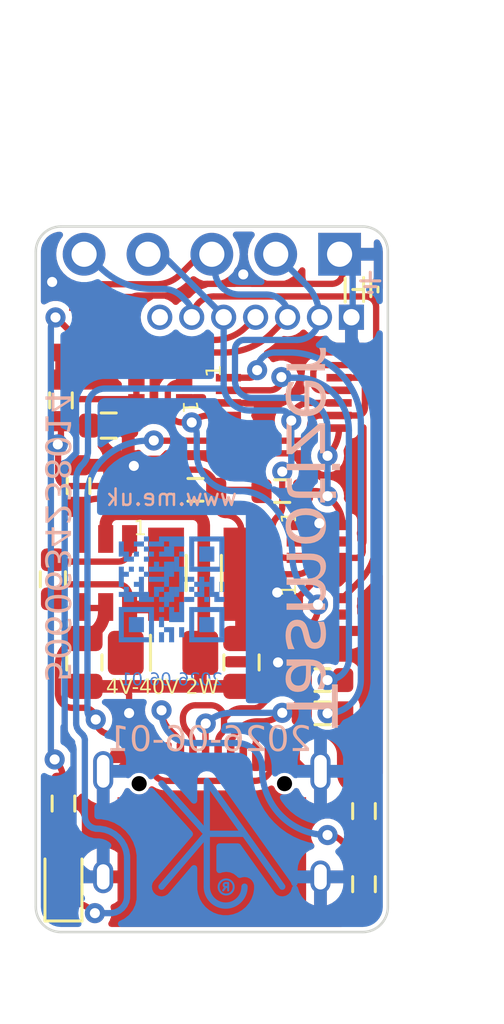
<source format=kicad_pcb>
(kicad_pcb (version 20221018) (generator pcbnew)
  (title_block (title "Tasmotizer") (rev "4") (company "Adrian Kennard, Andrews & Arnold Ltd") (comment 1 "toot.me.uk/@RevK") (comment 2 "www.me.uk"))
  (layers (0 "F.Cu" signal) (31 "B.Cu" signal) (34 "B.Paste" user) (35 "F.Paste" user) (36 "B.SilkS" user "B.Silkscreen") (37 "F.SilkS" user "F.Silkscreen") (38 "B.Mask" user) (39 "F.Mask" user) (44 "Edge.Cuts" user))
  (net 0 "")
  (net 1 "GND")
  (net 2 "VBUS")
  (net 3 "RXD")
  (net 4 "+3V3")
  (net 5 "GPIO0")
  (net 6 "TXD")
  (net 7 "RST")
  (net 8 "D-")
  (net 9 "D+")
  (net 10 "Net-(D3-A)")
  (net 11 "Net-(J1-Pin_3)")
  (net 13 "Net-(J3-CC1)")
  (net 14 "Net-(J3-D+-PadA6)")
  (net 15 "Net-(J3-D--PadA7)")
  (net 17 "Net-(J3-CC2)")
  (net 19 "Net-(U2-FB)")
  (net 20 "Net-(Q1-G)")
  (footprint "LED_SMD:LED_0603_1608Metric_Pad1.05x0.95mm_HandSolder" (layer "F.Cu") (at 171.1 80.9 90)
    (fp_text reference "D3" hide)
    (fp_text value "LED")
  )
  (footprint "RevK:R_0603" (layer "F.Cu") (at 183.05 78.2 90)
    (fp_text reference "R2" hide)
    (fp_text value "5K1")
  )
  (footprint "RevK:PinHeader_1x05_P2.54mm_Right" (layer "F.Cu") (at 177 56.1 180)
    (fp_text reference "J1" hide)
    (fp_text value "Shelly 1" hide)
  )
  (footprint "RevK:USC16-TR" (layer "F.Cu") (at 177 78.5)
    (fp_text reference "J3" hide)
    (fp_text value "USB-C")
  )
  (footprint "RevK:R_0603" (layer "F.Cu") (at 171.1 77.9 -90)
    (fp_text reference "R5" hide)
    (fp_text value "680R")
  )
  (footprint "RevK:R_0603" (layer "F.Cu") (at 183.05 81.1 -90)
    (fp_text reference "R1" hide)
    (fp_text value "5K1")
  )
  (footprint "RevK:R_0603" (layer "F.Cu") (at 181.4 73)
    (fp_text reference "R3" hide)
    (fp_text value "27R")
  )
  (footprint "RevK:R_0603" (layer "F.Cu") (at 181.4 74.32)
    (fp_text reference "R4" hide)
    (fp_text value "27R")
  )
  (footprint "RevK:SOT-363_SC-70-6" (layer "F.Cu") (at 181.25 70.4)
    (fp_text reference "D1" hide)
    (fp_text value "BAV99S")
  )
  (footprint "RevK:SOT-363_SC-70-6" (layer "F.Cu") (at 181.25 67.5)
    (fp_text reference "D2" hide)
    (fp_text value "BAV99S")
  )
  (footprint "RevK:SOT-323_SC-70" (layer "F.Cu") (at 171.55 59 -90)
    (fp_text reference "Q1" hide)
    (fp_text value "PMF170XP,115" hide)
  )
  (footprint "RevK:C_0603_" (layer "F.Cu") (at 170.68 69 90)
    (fp_text reference "C2" hide)
    (fp_text value "100nF")
  )
  (footprint "RevK:C_0805_" (layer "F.Cu") (at 171.93 72.3 90)
    (fp_text reference "C3" hide)
    (fp_text value "2.2uF")
  )
  (footprint "RevK:C_0805_" (layer "F.Cu") (at 178.18 72.3 90)
    (fp_text reference "C4" hide)
    (fp_text value "10uF")
  )
  (footprint "RevK:D_1206_" (layer "F.Cu") (at 175.06 71.92)
    (fp_text reference "D4" hide)
    (fp_text value "Schottky")
  )
  (footprint "RevK:L_4x4_" (layer "F.Cu") (at 176.68 68.75)
    (fp_text reference "L1" hide)
    (fp_text value "6.8uH")
  )
  (footprint "RevK:R_0603" (layer "F.Cu") (at 176.35 65.45 180)
    (fp_text reference "R6" hide)
    (fp_text value "100k 1%")
  )
  (footprint "RevK:R_0603" (layer "F.Cu") (at 179.8 65.5 180)
    (fp_text reference "R8" hide)
    (fp_text value "4k7")
  )
  (footprint "RevK:CH340X" (layer "F.Cu") (at 179.859107 62)
    (fp_text reference "U3" hide)
    (fp_text value "CH340X")
  )
  (footprint "RevK:R_0603" (layer "F.Cu") (at 171.7 65.3 -90)
    (fp_text reference "R7" hide)
    (fp_text value "30k 1%")
  )
  (footprint "RevK:C_0603" (layer "F.Cu") (at 172.9 62.9)
    (fp_text reference "C5" hide)
    (fp_text value "100nF")
  )
  (footprint "RevK:SOT-23-Thin-6-Reg" (layer "F.Cu") (at 172.78 68.75)
    (fp_text reference "U2" hide)
    (fp_text value "LMR16006YDDCR")
  )
  (footprint "RevK:R_0603" (layer "F.Cu") (at 171 61.9 90)
    (fp_text reference "R9" hide)
    (fp_text value "10k")
  )
  (footprint "RevK:SOT-363_SC-70-6" (layer "F.Cu") (at 174.95 61.2 180)
    (fp_text reference "Q2" hide)
    (fp_text value "2N7002BKS")
  )
  (footprint "RevK:PinHeader_1x07_P1.27mm_Vertical" (layer "B.Cu") (at 178.74 58.6 90)
    (fp_text reference "J2" hide)
    (fp_text value "Conn_01x07")
  )
  (footprint "RevK:QR-TAS" (layer "B.Cu") (at 175.4 69.4 180)
    (fp_text reference "Art2" hide)
    (fp_text value "QR" hide)
  )
  (footprint "RevK:AJK" (layer "B.Cu") (at 176.8 79.1 180)
    (fp_text reference "Art1" hide)
    (fp_text value "AJK" hide)
  )
  (gr_line (start 182.3 57.05) (end 182.3 58) (stroke (width 0.12)) (layer "F.SilkS"))
  (gr_line (start 170 56) (end 170 82) (stroke (width 0.1)) (layer "Edge.Cuts"))
  (gr_arc (start 183 55) (mid 183.707107 55.292893) (end 184 56) (stroke (width 0.1)) (layer "Edge.Cuts"))
  (gr_arc (start 170 56) (mid 170.292893 55.292893) (end 171 55) (stroke (width 0.1)) (layer "Edge.Cuts"))
  (gr_arc (start 171 83) (mid 170.292893 82.707107) (end 170 82) (stroke (width 0.1)) (layer "Edge.Cuts"))
  (gr_line (start 171 83) (end 183 83) (stroke (width 0.1)) (layer "Edge.Cuts"))
  (gr_arc (start 184 82) (mid 183.707107 82.707107) (end 183 83) (stroke (width 0.1)) (layer "Edge.Cuts"))
  (gr_line (start 183 55) (end 171 55) (stroke (width 0.1)) (layer "Edge.Cuts"))
  (gr_line (start 184 82) (end 184 56) (stroke (width 0.1)) (layer "Edge.Cuts"))
  (gr_text "⏚" (at 183.3 57.25) (layer "B.SilkS") (effects (font (size 0.8 0.8) (thickness 0.12)) (justify mirror)))
  (gr_text "${CURRENT_DATE}" (at 176.9 75.4) (layer "B.SilkS") (effects (font (size 1 1)) (justify mirror)))
  (gr_text "5060634238014" (at 170.8 67.3 -90) (layer "B.SilkS") (effects (font (size 1 1)) (justify mirror)))
  (gr_text "Tasmotizer" (at 180.8 67.35 -90) (layer "B.SilkS") (effects (font (size 2 2)) (justify mirror)))
  (gr_text "⏚" (at 183.15 57.5 90) (layer "F.SilkS") (effects (font (size 1 1) (thickness 0.12))))
  (segment (start 180.78 76.62) (end 181.32 76.62) (width 0.25) (layer "F.Cu") (net 1))
  (segment (start 173.675 62.9) (end 174.016279 62.9) (width 0.25) (layer "F.Cu") (net 1))
  (segment (start 179.731294 72.20048) (end 181.04952 72.20048) (width 0.25) (layer "F.Cu") (net 1))
  (segment (start 182.2 68.15) (end 182.725 68.15) (width 0.25) (layer "F.Cu") (net 1))
  (segment (start 179.2 62.459107) (end 178.659107 63) (width 0.25) (layer "F.Cu") (net 1))
  (segment (start 180.2 76.04) (end 180.78 76.62) (width 0.25) (layer "F.Cu") (net 1))
  (segment (start 182.972248 68.000979) (end 182.999077 67.918409) (width 0.25) (layer "F.Cu") (net 1))
  (segment (start 180.581342 60.7) (end 180.581342 60.667864) (width 0.25) (layer "F.Cu") (net 1))
  (segment (start 182.25 78.05) (end 181.5 78.05) (width 0.25) (layer "F.Cu") (net 1))
  (segment (start 180.35 66.85) (end 181.225498 66.85) (width 0.25) (layer "F.Cu") (net 1))
  (segment (start 173.4 73.25) (end 173.71 73.56) (width 0.25) (layer "F.Cu") (net 1))
  (segment (start 183 65.6) (end 182.998192 65.521333) (width 0.25) (layer "F.Cu") (net 1))
  (segment (start 182.999077 67.918409) (end 183 67.875) (width 0.25) (layer "F.Cu") (net 1))
  (segment (start 182.998192 65.521333) (end 182.963182 65.367943) (width 0.25) (layer "F.Cu") (net 1))
  (segment (start 177.875489 57.274511) (end 176.824511 57.274511) (width 0.25) (layer "F.Cu") (net 1))
  (segment (start 182.5 59.6) (end 182.5 58.65) (width 0.25) (layer "F.Cu") (net 1))
  (segment (start 177.659107 62) (end 179.2 62) (width 0.25) (layer "F.Cu") (net 1))
  (segment (start 181.275498 66.821716) (end 181.275498 66.7755) (width 0.25) (layer "F.Cu") (net 1))
  (segment (start 178.624511 57.274511) (end 181.775489 57.274511) (width 0.25) (layer "F.Cu") (net 1))
  (segment (start 182.3 64.9) (end 181.242462 64.9) (width 0.25) (layer "F.Cu") (net 1))
  (segment (start 181.123417 59.8) (end 182.3 59.8) (width 0.25) (layer "F.Cu") (net 1))
  (segment (start 173.22 76.62) (end 172.68 76.62) (width 0.25) (layer "F.Cu") (net 1))
  (segment (start 181.225498 66.85) (end 181.325498 66.95) (width 0.25) (layer "F.Cu") (net 1))
  (segment (start 180.8 64.6) (end 180.713558 64.513558) (width 0.25) (layer "F.Cu") (net 1))
  (segment (start 171.7 64.475) (end 173.875 64.475) (width 0.25) (layer "F.Cu") (net 1))
  (segment (start 175.662726 57.740477) (end 174.085122 57.740477) (width 0.25) (layer "F.Cu") (net 1))
  (segment (start 180.501426 64.001426) (end 175.206541 64.001426) (width 0.25) (layer "F.Cu") (net 1))
  (segment (start 180.4 69.75) (end 182 68.15) (width 0.25) (layer "F.Cu") (net 1))
  (segment (start 182.79682 65.10318) (end 182.673811 65.005083) (width 0.25) (layer "F.Cu") (net 1))
  (segment (start 173.8 76.04) (end 173.22 76.62) (width 0.25) (layer "F.Cu") (net 1))
  (segment (start 183 67.875) (end 183 65.6) (width 0.25) (layer "F.Cu") (net 1))
  (segment (start 182.725 68.15) (end 182.768409 68.149077) (width 0.25) (layer "F.Cu") (net 1))
  (segment (start 182.768409 68.149077) (end 182.850979 68.122248) (width 0.25) (layer "F.Cu") (net 1))
  (segment (start 182.378667 64.901808) (end 182.3 64.9) (width 0.25) (layer "F.Cu") (net 1))
  (segment (start 175.726597 57.676606) (end 175.662726 57.740477) (width 0.25) (layer "F.Cu") (net 1))
  (segment (start 174.991598 64.216369) (end 174.584745 64.216369) (width 0.25) (layer "F.Cu") (net 1))
  (segment (start 173.71 73.56) (end 173.71 74.31) (width 0.25) (layer "F.Cu") (net 1))
  (segment (start 182.963182 65.367943) (end 182.894917 65.226189) (width 0.25) (layer "F.Cu") (net 1))
  (segment (start 177.659107 62) (end 176.05 62) (width 0.25) (layer "F.Cu") (net 1))
  (segment (start 174.429032 62.729032) (end 174.502876 62.655188) (width 0.25) (layer "F.Cu") (net 1))
  (segment (start 182.532057 64.936818) (end 182.378667 64.901808) (width 0.25) (layer "F.Cu") (net 1))
  (segment (start 175.206541 64.001426) (end 174.991598 64.216369) (width 0.25) (layer "F.Cu") (net 1))
  (segment (start 182.894917 65.226189) (end 182.79682 65.10318) (width 0.25) (layer "F.Cu") (net 1))
  (segment (start 182.673811 65.005083) (end 182.532057 64.936818) (width 0.25) (layer "F.Cu") (net 1))
  (segment (start 180.059595 61.759595) (end 180.135887 61.683303) (width 0.25) (layer "F.Cu") (net 1))
  (segment (start 180.3 66.85) (end 181.175498 66.85) (width 0.25) (layer "F.Cu") (net 1))
  (segment (start 174.65 61) (end 174.65 62.3) (width 0.25) (layer "F.Cu") (net 1))
  (segment (start 180.584606 60.6) (end 180.584606 60.338811) (width 0.25) (layer "F.Cu") (net 1))
  (segment (start 181.232452 66.864762) (end 181.275498 66.821716) (width 0.25) (layer "F.Cu") (net 1))
  (segment (start 182.2 56.85) (end 182.2 56.1) (width 0.25) (layer "F.Cu") (net 1))
  (segment (start 181.35 77.9) (end 181.35 76.65) (width 0.25) (layer "F.Cu") (net 1))
  (segment (start 178.659107 63) (end 177.659107 63) (width 0.25) (layer "F.Cu") (net 1))
  (segment (start 179.2 62) (end 179.2 62.459107) (width 0.25) (layer "F.Cu") (net 1))
  (segment (start 179.632974 72.2988) (end 179.731294 72.20048) (width 0.25) (layer "F.Cu") (net 1))
  (segment (start 179.2 62) (end 179.479206 62) (width 0.25) (layer "F.Cu") (net 1))
  (segment (start 182.850979 68.122248) (end 182.921217 68.071217) (width 0.25) (layer "F.Cu") (net 1))
  (segment (start 181.242462 64.9) (end 181.043198 64.700736) (width 0.25) (layer "F.Cu") (net 1))
  (segment (start 182.921217 68.071217) (end 182.972248 68.000979) (width 0.25) (layer "F.Cu") (net 1))
  (via (at 181.275498 66.7755) (size 0.8) (drill 0.4) (layers "F.Cu" "B.Cu") (net 1))
  (via (at 179.632974 72.2988) (size 0.8) (drill 0.4) (layers "F.Cu" "B.Cu") (net 1))
  (via (at 170.65 57.2) (size 0.8) (drill 0.4) (layers "F.Cu" "B.Cu") (net 1))
  (via (at 178.25 56.9) (size 0.8) (drill 0.4) (layers "F.Cu" "B.Cu") (net 1))
  (via (at 173.9 64.5) (size 0.8) (drill 0.4) (layers "F.Cu" "B.Cu") (net 1))
  (via (at 173.71 74.31) (size 0.8) (drill 0.4) (layers "F.Cu" "B.Cu") (net 1))
  (via (at 179.6 69.5245) (size 0.8) (drill 0.4) (layers "F.Cu" "B.Cu") (net 1))
  (arc (start 174.085122 57.740477) (mid 173.876695 57.781935) (end 173.7 57.9) (width 0.25) (layer "F.Cu") (net 1))
  (arc (start 181.04952 72.20048) (mid 181.863032 71.863512) (end 182.2 71.05) (width 0.25) (layer "F.Cu") (net 1))
  (arc (start 183.05 78.85) (mid 182.815685 78.284315) (end 182.25 78.05) (width 0.25) (layer "F.Cu") (net 1))
  (arc (start 178.25 56.9) (mid 178.140308 57.164819) (end 177.875489 57.274511) (width 0.25) (layer "F.Cu") (net 1))
  (arc (start 180.713558 64.513558) (mid 180.556558 64.278591) (end 180.501426 64.001426) (width 0.25) (layer "F.Cu") (net 1))
  (arc (start 181.043198 64.700736) (mid 180.931618 64.62618) (end 180.8 64.6) (width 0.25) (layer "F.Cu") (net 1))
  (arc (start 180.135887 61.683303) (mid 180.467988 61.18628) (end 180.584606 60.6) (width 0.25) (layer "F.Cu") (net 1))
  (arc (start 181.175498 66.85) (mid 181.204527 66.854305) (end 181.232452 66.864762) (width 0.25) (layer "F.Cu") (net 1))
  (arc (start 174.502876 62.655188) (mid 174.611764 62.492227) (end 174.65 62.3) (width 0.25) (layer "F.Cu") (net 1))
  (arc (start 174.016279 62.9) (mid 174.239659 62.855567) (end 174.429032 62.729032) (width 0.25) (layer "F.Cu") (net 1))
  (arc (start 178.25 56.9) (mid 178.359692 57.164819) (end 178.624511 57.274511) (width 0.25) (layer "F.Cu") (net 1))
  (arc (start 176.824511 57.274511) (mid 176.240408 57.378818) (end 175.726597 57.676606) (width 0.25) (layer "F.Cu") (net 1))
  (arc (start 174.584745 64.216369) (mid 174.214164 64.290082) (end 173.9 64.5) (width 0.25) (layer "F.Cu") (net 1))
  (arc (start 182.3 59.8) (mid 182.441421 59.741421) (end 182.5 59.6) (width 0.25) (layer "F.Cu") (net 1))
  (arc (start 181.775489 57.274511) (mid 182.075664 57.150175) (end 182.2 56.85) (width 0.25) (layer "F.Cu") (net 1))
  (arc (start 173.875 64.475) (mid 173.892678 64.482322) (end 173.9 64.5) (width 0.25) (layer "F.Cu") (net 1))
  (arc (start 174.2 60.55) (mid 174.518198 60.681802) (end 174.65 61) (width 0.25) (layer "F.Cu") (net 1))
  (arc (start 179.479206 62) (mid 179.79331 61.937521) (end 180.059595 61.759595) (width 0.25) (layer "F.Cu") (net 1))
  (arc (start 181.5 78.05) (mid 181.393934 78.006066) (end 181.35 77.9) (width 0.25) (layer "F.Cu") (net 1))
  (arc (start 176.05 62) (mid 175.943934 61.956066) (end 175.9 61.85) (width 0.25) (layer "F.Cu") (net 1))
  (arc (start 180.584606 60.338811) (mid 180.74242 59.957814) (end 181.123417 59.8) (width 0.25) (layer "F.Cu") (net 1))
  (segment (start 179.6 69.5245) (end 179.597747 69.522247) (width 0.25) (layer "B.Cu") (net 1))
  (segment (start 171.610414 63.384473) (end 171.610414 63.38444) (width 0.25) (layer "B.Cu") (net 1))
  (segment (start 171.5 79.63) (end 171.5 75.762132) (width 0.25) (layer "B.Cu") (net 1))
  (segment (start 181.774744 70.474744) (end 180.175346 72.074142) (width 0.25) (layer "B.Cu") (net 1))
  (segment (start 171.148401 74.913297) (end 171.148401 64.446699) (width 0.25) (layer "B.Cu") (net 1))
  (segment (start 178.947201 66.547201) (end 178.8 66.4) (width 0.25) (layer "B.Cu") (net 1))
  (segment (start 171.610422 63.984679) (end 171.610422 63.384481) (width 0.25) (layer "B.Cu") (net 1))
  (segment (start 174.964526 65.487365) (end 174.059809 64.582648) (width 0.25) (layer "B.Cu") (net 1))
  (segment (start 171.610422 63.384481) (end 171.610414 63.384473) (width 0.25) (layer "B.Cu") (net 1))
  (segment (start 181.275498 66.7755) (end 181.627105 67.127107) (width 0.25) (layer "B.Cu") (net 1))
  (segment (start 171.610414 63.38444) (end 171.599646 63.373672) (width 0.25) (layer "B.Cu") (net 1))
  (segment (start 174.059809 64.582648) (end 174.051693 64.582648) (width 0.25) (layer "B.Cu") (net 1))
  (segment (start 172.1 58.5) (end 170.8 57.2) (width 0.25) (layer "B.Cu") (net 1))
  (segment (start 171.22255 64.37255) (end 171.610422 63.984679) (width 0.25) (layer "B.Cu") (net 1))
  (segment (start 170.8 57.2) (end 170.65 57.2) (width 0.25) (layer "B.Cu") (net 1))
  (segment (start 172.1 59.7) (end 172.1 58.5) (width 0.25) (layer "B.Cu") (net 1))
  (segment (start 179.597747 69.522247) (end 179.597747 67.977261) (width 0.25) (layer "B.Cu") (net 1))
  (segment (start 171.599646 60.200354) (end 172.1 59.7) (width 0.25) (layer "B.Cu") (net 1))
  (segment (start 178.075736 66.1) (end 176.6 66.1) (width 0.25) (layer "B.Cu") (net 1))
  (segment (start 182.6 58.6) (end 182.6 57.065685) (width 0.25) (layer "B.Cu") (net 1))
  (segment (start 183.363173 60.563173) (end 183.5 60.7) (width 0.25) (layer "B.Cu") (net 1))
  (segment (start 181.947248 67.9) (end 181.947248 70.058283) (width 0.25) (layer "B.Cu") (net 1))
  (segment (start 171.599646 63.373672) (end 171.599646 60.200354) (width 0.25) (layer "B.Cu") (net 1))
  (arc (start 178.8 66.4) (mid 178.467704 66.177968) (end 178.075736 66.1) (width 0.25) (layer "B.Cu") (net 1))
  (arc (start 172.68 80.81) (mid 171.845614 80.464386) (end 171.5 79.63) (width 0.25) (layer "B.Cu") (net 1))
  (arc (start 182.6 57.065685) (mid 182.496043 56.54306) (end 182.2 56.1) (width 0.25) (layer "B.Cu") (net 1))
  (arc (start 176.6 66.1) (mid 175.72729 65.941203) (end 174.964526 65.487365) (width 0.25) (layer "B.Cu") (net 1))
  (arc (start 179.597747 67.977261) (mid 179.401334 67.203357) (end 178.947201 66.547201) (width 0.25) (layer "B.Cu") (net 1))
  (arc (start 181.627105 67.127107) (mid 181.864045 67.481713) (end 181.947248 67.9) (width 0.25) (layer "B.Cu") (net 1))
  (arc (start 181.947248 70.058283) (mid 181.902415 70.28367) (end 181.774744 70.474744) (width 0.25) (layer "B.Cu") (net 1))
  (arc (start 171.5 75.762132) (mid 171.461016 75.566148) (end 171.35 75.4) (width 0.25) (layer "B.Cu") (net 1))
  (arc (start 171.148401 64.446699) (mid 171.170119 64.394268) (end 171.22255 64.37255) (width 0.25) (layer "B.Cu") (net 1))
  (arc (start 180.175346 72.074142) (mid 179.926504 72.240413) (end 179.632974 72.2988) (width 0.25) (layer "B.Cu") (net 1))
  (arc (start 182.55 58.6) (mid 182.761337 59.662462) (end 183.363173 60.563173) (width 0.25) (layer "B.Cu") (net 1))
  (arc (start 171.35 75.4) (mid 171.200794 75.176699) (end 171.148401 74.913297) (width 0.25) (layer "B.Cu") (net 1))
  (segment (start 170.88048 72.38048) (end 170.88048 73.53048) (width 0.25) (layer "F.Cu") (net 2))
  (segment (start 183.084107 61.3) (end 183.084107 62.2) (width 0.25) (layer "F.Cu") (net 2))
  (segment (start 171.86 70.14) (end 172.81 70.14) (width 0.25) (layer "F.Cu") (net 2))
  (segment (start 182.059107 62.5) (end 182.784107 62.5) (width 0.25) (layer "F.Cu") (net 2))
  (segment (start 180.648836 63.5) (end 174.699916 63.5) (width 0.25) (layer "F.Cu") (net 2))
  (segment (start 174.204511 75.145489) (end 172.964693 75.145489) (width 0.25) (layer "F.Cu") (net 2))
  (segment (start 174.699916 63.5) (end 174.691642 63.491726) (width 0.25) (layer "F.Cu") (net 2))
  (segment (start 178.7 77) (end 175.2 77) (width 0.25) (layer "F.Cu") (net 2))
  (segment (start 182.059107 61) (end 182.784107 61) (width 0.25) (layer "F.Cu") (net 2))
  (segment (start 182.059107 62.5) (end 181.307943 62.5) (width 0.25) (layer "F.Cu") (net 2))
  (segment (start 171.45 74.1) (end 171.919204 74.1) (width 0.25) (layer "F.Cu") (net 2))
  (segment (start 180.907943 62.9) (end 180.907943 63.1) (width 0.25) (layer "F.Cu") (net 2))
  (segment (start 174.6 76.04) (end 174.6 75.540978) (width 0.25) (layer "F.Cu") (net 2))
  (via (at 174.691642 63.491726) (size 0.8) (drill 0.4) (layers "F.Cu" "B.Cu") (net 2))
  (via (at 172.3849 74.565696) (size 0.8) (drill 0.4) (layers "F.Cu" "B.Cu") (net 2))
  (arc (start 182.784107 62.5) (mid 182.996239 62.412132) (end 183.084107 62.2) (width 0.25) (layer "F.Cu") (net 2))
  (arc (start 182.784107 61) (mid 182.996239 61.087868) (end 183.084107 61.3) (width 0.25) (layer "F.Cu") (net 2))
  (arc (start 171.919204 74.1) (mid 172.248501 74.236399) (end 172.3849 74.565696) (width 0.25) (layer "F.Cu") (net 2))
  (arc (start 175.2 77) (mid 174.775736 76.824264) (end 174.6 76.4) (width 0.25) (layer "F.Cu") (net 2))
  (arc (start 181.307943 62.5) (mid 181.0251 62.617157) (end 180.907943 62.9) (width 0.25) (layer "F.Cu") (net 2))
  (arc (start 174.6 75.540978) (mid 174.484164 75.261325) (end 174.204511 75.145489) (width 0.25) (layer "F.Cu") (net 2))
  (arc (start 171.91096 71.35) (mid 171.182301 71.651821) (end 170.88048 72.38048) (width 0.25) (layer "F.Cu") (net 2))
  (arc (start 180.907943 63.1) (mid 180.790788 63.382855) (end 180.507943 63.5) (width 0.25) (layer "F.Cu") (net 2))
  (arc (start 170.88048 73.53048) (mid 171.047289 73.933191) (end 171.45 74.1) (width 0.25) (layer "F.Cu") (net 2))
  (arc (start 172.964693 75.145489) (mid 172.554717 74.975672) (end 172.3849 74.565696) (width 0.25) (layer "F.Cu") (net 2))
  (arc (start 179.4 76.3) (mid 179.194975 76.794975) (end 178.7 77) (width 0.25) (layer "F.Cu") (net 2))
  (segment (start 172.568387 64.334432) (end 172.651409 64.251411) (width 0.25) (layer "B.Cu") (net 2))
  (segment (start 174.297496 63.502614) (end 174.680754 63.502614) (width 0.25) (layer "B.Cu") (net 2))
  (segment (start 172.3849 74.565696) (end 172.265696 74.565696) (width 0.25) (layer "B.Cu") (net 2))
  (segment (start 174.680754 63.502614) (end 174.691642 63.491726) (width 0.25) (layer "B.Cu") (net 2))
  (segment (start 172.055 74.235796) (end 172.055 65.705) (width 0.25) (layer "B.Cu") (net 2))
  (arc (start 172.3849 74.565696) (mid 172.151625 74.469071) (end 172.055 74.235796) (width 0.25) (layer "B.Cu") (net 2))
  (arc (start 172.651409 64.251411) (mid 172.651409 64.25141) (end 172.65141 64.25141) (width 0.25) (layer "B.Cu") (net 2))
  (arc (start 172.265696 74.565696) (mid 172.148531 74.517165) (end 172.1 74.4) (width 0.25) (layer "B.Cu") (net 2))
  (arc (start 172.65141 64.25141) (mid 173.406685 63.728674) (end 174.297496 63.502614) (width 0.25) (layer "B.Cu") (net 2))
  (arc (start 172.055 65.705) (mid 172.188074 64.973652) (end 172.568387 64.334432) (width 0.25) (layer "B.Cu") (net 2))
  (segment (start 179.4 67) (end 179.4 67.6) (width 0.25) (layer "F.Cu") (net 3))
  (segment (start 179.65 66.475) (end 179.594455 66.530545) (width 0.25) (layer "F.Cu") (net 3))
  (segment (start 179.8 64.726426) (end 179.8 66.112868) (width 0.25) (layer "F.Cu") (net 3))
  (segment (start 180.3 68.15) (end 179.95 68.15) (width 0.25) (layer "F.Cu") (net 3))
  (segment (start 180.859107 62) (end 182.059107 62) (width 0.25) (layer "F.Cu") (net 3))
  (via (at 180.159107 62.7) (size 0.8) (drill 0.4) (layers "F.Cu" "B.Cu") (net 3))
  (via (at 179.8 64.726426) (size 0.8) (drill 0.4) (layers "F.Cu" "B.Cu") (net 3))
  (via (at 172.35 82.25) (size 0.8) (drill 0.4) (layers "F.Cu" "B.Cu") (net 3))
  (arc (start 171.203249 81.775) (mid 171.823866 81.898449) (end 172.35 82.25) (width 0.25) (layer "F.Cu") (net 3))
  (arc (start 180.159107 62.7) (mid 180.364132 62.205025) (end 180.859107 62) (width 0.25) (layer "F.Cu") (net 3))
  (arc (start 179.95 68.15) (mid 179.561091 67.988909) (end 179.4 67.6) (width 0.25) (layer "F.Cu") (net 3))
  (arc (start 179.8 66.112868) (mid 179.761016 66.308852) (end 179.65 66.475) (width 0.25) (layer "F.Cu") (net 3))
  (arc (start 179.594455 66.530545) (mid 179.450537 66.745932) (end 179.4 67) (width 0.25) (layer "F.Cu") (net 3))
  (segment (start 177.47 58.6) (end 177.47 61.27) (width 0.25) (layer "B.Cu") (net 3))
  (segment (start 171.95 78.4) (end 171.95 75.391421) (width 0.25) (layer "B.Cu") (net 3))
  (segment (start 171.701879 64.645606) (end 171.793069 64.509131) (width 0.25) (layer "B.Cu") (net 3))
  (segment (start 172.051184 78.706022) (end 171.985569 78.592374) (width 0.25) (layer "B.Cu") (net 3))
  (segment (start 173.593956 81.795821) (end 173.62795 81.646876) (width 0.25) (layer "B.Cu") (net 3))
  (segment (start 171.902522 64.395481) (end 171.986624 64.269614) (width 0.25) (layer "B.Cu") (net 3))
  (segment (start 172.257626 78.864431) (end 172.143978 78.798816) (width 0.25) (layer "B.Cu") (net 3))
  (segment (start 171.639067 64.797249) (end 171.701879 64.645606) (width 0.25) (layer "B.Cu") (net 3))
  (segment (start 171.793069 64.509131) (end 171.85 64.45) (width 0.25) (layer "B.Cu") (net 3))
  (segment (start 171.85 75.15) (end 171.746911 75.046911) (width 0.25) (layer "B.Cu") (net 3))
  (segment (start 180.159107 62.7) (end 180.159107 64.367319) (width 0.25) (layer "B.Cu") (net 3))
  (segment (start 173.62795 81.646876) (end 173.629511 81.570489) (width 0.25) (layer "B.Cu") (net 3))
  (segment (start 172.755964 78.937634) (end 172.553032 78.901851) (width 0.25) (layer "B.Cu") (net 3))
  (segment (start 173.62765 79.976479) (end 173.591869 79.773547) (width 0.25) (layer "B.Cu") (net 3))
  (segment (start 171.881192 75.182237) (end 171.85 75.15) (width 0.25) (layer "B.Cu") (net 3))
  (segment (start 171.607046 64.958232) (end 171.639067 64.797249) (width 0.25) (layer "B.Cu") (net 3))
  (segment (start 173.312976 82.148166) (end 173.432419 82.052912) (width 0.25) (layer "B.Cu") (net 3))
  (segment (start 172.45 78.9) (end 172.384385 78.898396) (width 0.25) (layer "B.Cu") (net 3))
  (segment (start 171.986624 64.269614) (end 172.044554 64.129758) (width 0.25) (layer "B.Cu") (net 3))
  (segment (start 173.629511 81.570489) (end 173.629511 80.079511) (width 0.25) (layer "B.Cu") (net 3))
  (segment (start 171.85 64.45) (end 171.902522 64.395481) (width 0.25) (layer "B.Cu") (net 3))
  (segment (start 179.759107 62.3) (end 178.5 62.3) (width 0.25) (layer "B.Cu") (net 3))
  (segment (start 173.026387 82.248449) (end 173.175331 82.214453) (width 0.25) (layer "B.Cu") (net 3))
  (segment (start 171.95 75.391421) (end 171.949255 75.34657) (width 0.25) (layer "B.Cu") (net 3))
  (segment (start 173.521393 79.57991) (end 173.418362 79.401454) (width 0.25) (layer "B.Cu") (net 3))
  (segment (start 173.432419 82.052912) (end 173.527672 81.933467) (width 0.25) (layer "B.Cu") (net 3))
  (segment (start 173.128055 79.111144) (end 172.9496 79.008112) (width 0.25) (layer "B.Cu") (net 3))
  (segment (start 172.95 82.25) (end 173.026387 82.248449) (width 0.25) (layer "B.Cu") (net 3))
  (segment (start 171.949255 75.34657) (end 171.926042 75.259923) (width 0.25) (layer "B.Cu") (net 3))
  (segment (start 171.639601 74.89136) (end 171.606785 74.768886) (width 0.25) (layer "B.Cu") (net 3))
  (segment (start 172.745001 61.430498) (end 177.426506 61.430498) (width 0.25) (layer "B.Cu") (net 3))
  (segment (start 173.591869 79.773547) (end 173.521393 79.57991) (width 0.25) (layer "B.Cu") (net 3))
  (segment (start 171.605489 74.705489) (end 171.605489 65.040301) (width 0.25) (layer "B.Cu") (net 3))
  (segment (start 173.285908 79.243599) (end 173.128055 79.111144) (width 0.25) (layer "B.Cu") (net 3))
  (segment (start 175.331127 56.411127) (end 177.52 58.6) (width 0.25) (layer "B.Cu") (net 3))
  (segment (start 171.606785 74.768886) (end 171.605489 74.705489) (width 0.25) (layer "B.Cu") (net 3))
  (segment (start 172.074086 63.981288) (end 172.075499 63.905598) (width 0.25) (layer "B.Cu") (net 3))
  (segment (start 171.985569 78.592374) (end 171.951604 78.465615) (width 0.25) (layer "B.Cu") (net 3))
  (segment (start 172.553032 78.901851) (end 172.45 78.9) (width 0.25) (layer "B.Cu") (net 3))
  (segment (start 171.926042 75.259923) (end 171.881192 75.182237) (width 0.25) (layer "B.Cu") (net 3))
  (segment (start 172.384385 78.898396) (end 172.257626 78.864431) (width 0.25) (layer "B.Cu") (net 3))
  (segment (start 171.703 75.001165) (end 171.639601 74.89136) (width 0.25) (layer "B.Cu") (net 3))
  (segment (start 173.175331 82.214453) (end 173.312976 82.148166) (width 0.25) (layer "B.Cu") (net 3))
  (segment (start 171.746911 75.046911) (end 171.703 75.001165) (width 0.25) (layer "B.Cu") (net 3))
  (segment (start 172.35 82.25) (end 172.95 82.25) (width 0.25) (layer "B.Cu") (net 3))
  (segment (start 172.075499 63.905598) (end 172.075499 62.1) (width 0.25) (layer "B.Cu") (net 3))
  (segment (start 172.143978 78.798816) (end 172.051184 78.706022) (width 0.25) (layer "B.Cu") (net 3))
  (segment (start 171.951604 78.465615) (end 171.95 78.4) (width 0.25) (layer "B.Cu") (net 3))
  (segment (start 172.044554 64.129758) (end 172.074086 63.981288) (width 0.25) (layer "B.Cu") (net 3))
  (segment (start 173.527672 81.933467) (end 173.593956 81.795821) (width 0.25) (layer "B.Cu") (net 3))
  (segment (start 172.9496 79.008112) (end 172.755964 78.937634) (width 0.25) (layer "B.Cu") (net 3))
  (segment (start 171.605489 65.040301) (end 171.607046 64.958232) (width 0.25) (layer "B.Cu") (net 3))
  (segment (start 173.418362 79.401454) (end 173.285908 79.243599) (width 0.25) (layer "B.Cu") (net 3))
  (segment (start 173.629511 80.079511) (end 173.62765 79.976479) (width 0.25) (layer "B.Cu") (net 3))
  (arc (start 180.159107 64.367319) (mid 180.053927 64.621246) (end 179.8 64.726426) (width 0.25) (layer "B.Cu") (net 3))
  (arc (start 174.58 56.1) (mid 174.986507 56.180859) (end 175.331127 56.411127) (width 0.25) (layer "B.Cu") (net 3))
  (arc (start 177.47 61.27) (mid 177.77168 61.99832) (end 178.5 62.3) (width 0.25) (layer "B.Cu") (net 3))
  (arc (start 180.159107 62.7) (mid 180.04195 62.417157) (end 179.759107 62.3) (width 0.25) (layer "B.Cu") (net 3))
  (arc (start 172.075499 62.1) (mid 172.271592 61.626591) (end 172.745001 61.430498) (width 0.25) (layer "B.Cu") (net 3))
  (segment (start 170.824725 58.624725) (end 172.2 60) (width 0.25) (layer "F.Cu") (net 4))
  (segment (start 175.194363 64.65) (end 175.177994 64.666369) (width 0.25) (layer "F.Cu") (net 4))
  (segment (start 178.74 58.6) (end 178.363259 58.976741) (width 0.25) (layer "F.Cu") (net 4))
  (segment (start 180.9 71.6) (end 180.1 71.6) (width 0.25) (layer "F.Cu") (net 4))
  (segment (start 177.175 65.45) (end 177.175 66.075) (width 0.25) (layer "F.Cu") (net 4))
  (segment (start 170.886984 63.658754) (end 170.875146 63.646916) (width 0.25) (layer "F.Cu") (net 4))
  (segment (start 170.886984 64.933159) (end 170.886984 63.658754) (width 0.25) (layer "F.Cu") (net 4))
  (segment (start 181 68.2) (end 181 67.650978) (width 0.25) (layer "F.Cu") (net 4))
  (segment (start 173.4 59.5) (end 177.1 59.5) (width 0.25) (layer "F.Cu") (net 4))
  (segment (start 175.177994 64.666369) (end 174.993783 64.666369) (width 0.25) (layer "F.Cu") (net 4))
  (segment (start 179.03 70.4) (end 180.3 70.4) (width 0.25) (layer "F.Cu") (net 4))
  (segment (start 180.3 67.5) (end 182.2 67.5) (width 0.25) (layer "F.Cu") (net 4))
  (segment (start 171 63.345492) (end 171 62.725) (width 0.25) (layer "F.Cu") (net 4))
  (segment (start 176.375 64.65) (end 175.194363 64.65) (width 0.25) (layer "F.Cu") (net 4))
  (segment (start 174.360152 65.3) (end 171.308217 65.3) (width 0.25) (layer "F.Cu") (net 4))
  (segment (start 177.175 65.45) (end 178.925 65.45) (width 0.25) (layer "F.Cu") (net 4))
  (segment (start 172.225 62.7) (end 171.060355 62.7) (width 0.25) (layer "F.Cu") (net 4))
  (segment (start 178.18 68.8) (end 180.4 68.8) (width 0.25) (layer "F.Cu") (net 4))
  (segment (start 179.4 70.9) (end 179.4 70.4) (width 0.25) (layer "F.Cu") (net 4))
  (via (at 170.875146 63.646916) (size 0.8) (drill 0.4) (layers "F.Cu" "B.Cu") (net 4))
  (via (at 170.783734 58.607746) (size 0.8) (drill 0.4) (layers "F.Cu" "B.Cu") (net 4))
  (via (at 170.75 76.15) (size 0.8) (drill 0.4) (layers "F.Cu" "B.Cu") (net 4))
  (arc (start 180.4 68.8) (mid 180.824264 68.624264) (end 181 68.2) (width 0.25) (layer "F.Cu") (net 4))
  (arc (start 181.5 71) (mid 181.324264 71.424264) (end 180.9 71.6) (width 0.25) (layer "F.Cu") (net 4))
  (arc (start 173.4 59.5) (mid 172.753285 59.62864) (end 172.205026 59.994975) (width 0.25) (layer "F.Cu") (net 4))
  (arc (start 178.363259 58.976741) (mid 177.783671 59.364009) (end 177.1 59.5) (width 0.25) (layer "F.Cu") (net 4))
  (arc (start 177.55 66.45) (mid 177.995477 66.634523) (end 178.18 67.08) (width 0.25) (layer "F.Cu") (net 4))
  (arc (start 179.03 70.4) (mid 178.428959 70.151041) (end 178.18 69.55) (width 0.25) (layer "F.Cu") (net 4))
  (arc (start 177.175 66.075) (mid 177.284835 66.340165) (end 177.55 66.45) (width 0.25) (layer "F.Cu") (net 4))
  (arc (start 174.993783 64.666369) (mid 174.736603 64.772896) (end 174.630076 65.030076) (width 0.25) (layer "F.Cu") (net 4))
  (arc (start 170.875146 63.646916) (mid 170.967551 63.508621) (end 171 63.345492) (width 0.25) (layer "F.Cu") (net 4))
  (arc (start 170.783734 58.607746) (mid 170.805918 58.612159) (end 170.824725 58.624725) (width 0.25) (layer "F.Cu") (net 4))
  (arc (start 180.1 71.6) (mid 179.605025 71.394975) (end 179.4 70.9) (width 0.25) (layer "F.Cu") (net 4))
  (arc (start 174.630076 65.030076) (mid 174.551017 65.220941) (end 174.360152 65.3) (width 0.25) (layer "F.Cu") (net 4))
  (arc (start 182.1 70.4) (mid 181.675736 70.575736) (end 181.5 71) (width 0.25) (layer "F.Cu") (net 4))
  (arc (start 170.75 76.15) (mid 171.009038 76.537677) (end 171.1 76.994974) (width 0.25) (layer "F.Cu") (net 4))
  (arc (start 171.308217 65.3) (mid 171.029766 65.195209) (end 170.886984 64.933159) (width 0.25) (layer "F.Cu") (net 4))
  (arc (start 177.175 65.45) (mid 176.940685 64.884315) (end 176.375 64.65) (width 0.25) (layer "F.Cu") (net 4))
  (segment (start 170.5995 64.0995) (end 170.5995 63.971001) (width 0.25) (layer "B.Cu") (net 4))
  (segment (start 170.808805 63.713257) (end 170.875146 63.646916) (width 0.25) (layer "B.Cu") (net 4))
  (segment (start 170.5995 63.922562) (end 170.5995 75.786661) (width 0.25) (layer "B.Cu") (net 4))
  (segment (start 170.5995 59.052526) (end 170.5995 64.0995) (width 0.25) (layer "B.Cu") (net 4))
  (segment (start 170.75459 63.713257) (end 170.808805 63.713257) (width 0.25) (layer "B.Cu") (net 4))
  (arc (start 170.5995 59.052526) (mid 170.647381 58.811813) (end 170.783734 58.607746) (width 0.25) (layer "B.Cu") (net 4))
  (arc (start 170.5995 63.971001) (mid 170.641707 63.821351) (end 170.75459 63.713257) (width 0.25) (layer "B.Cu") (net 4))
  (arc (start 170.5995 63.922562) (mid 170.680235 63.727651) (end 170.875146 63.646916) (width 0.25) (layer "B.Cu") (net 4))
  (arc (start 170.5995 75.786661) (mid 170.638614 75.983298) (end 170.75 76.15) (width 0.25) (layer "B.Cu") (net 4))
  (segment (start 181.117158 65.5) (end 180.625 65.5) (width 0.25) (layer "F.Cu") (net 5))
  (segment (start 181.811091 65.911092) (end 181.6 65.7) (width 0.25) (layer "F.Cu") (net 5))
  (segment (start 181.6 64.1) (end 181.605927 64.094073) (width 0.25) (layer "F.Cu") (net 5))
  (via (at 181.6 64.1) (size 0.8) (drill 0.4) (layers "F.Cu" "B.Cu") (net 5))
  (via (at 181.6 65.7) (size 0.8) (drill 0.4) (layers "F.Cu" "B.Cu") (net 5))
  (arc (start 181.6 65.7) (mid 181.378471 65.551978) (end 181.117158 65.5) (width 0.25) (layer "F.Cu") (net 5))
  (arc (start 182.2 66.85) (mid 182.098926 66.341866) (end 181.811091 65.911092) (width 0.25) (layer "F.Cu") (net 5))
  (arc (start 181.605927 64.094073) (mid 181.94133 63.592108) (end 182.059107 63) (width 0.25) (layer "F.Cu") (net 5))
  (segment (start 181.6 63) (end 181.6 64.1) (width 0.25) (layer "B.Cu") (net 5))
  (segment (start 178.3 59.5) (end 180.38 59.5) (width 0.25) (layer "B.Cu") (net 5))
  (segment (start 178.6 61.8) (end 180.4 61.8) (width 0.25) (layer "B.Cu") (net 5))
  (segment (start 181.6 64.1) (end 181.6 65.7) (width 0.25) (layer "B.Cu") (net 5))
  (segment (start 180.742599 57.302599) (end 179.54 56.1) (width 0.25) (layer "B.Cu") (net 5))
  (segment (start 177.92 61.12) (end 177.92 59.88) (width 0.25) (layer "B.Cu") (net 5))
  (arc (start 178.6 61.8) (mid 178.119167 61.600833) (end 177.92 61.12) (width 0.25) (layer "B.Cu") (net 5))
  (arc (start 180.38 59.5) (mid 181.016396 59.236396) (end 181.28 58.6) (width 0.25) (layer "B.Cu") (net 5))
  (arc (start 181.28 58.6) (mid 181.140334 57.897852) (end 180.742599 57.302599) (width 0.25) (layer "B.Cu") (net 5))
  (arc (start 180.4 61.8) (mid 181.248528 62.151472) (end 181.6 63) (width 0.25) (layer "B.Cu") (net 5))
  (arc (start 177.92 59.88) (mid 178.031299 59.611299) (end 178.3 59.5) (width 0.25) (layer "B.Cu") (net 5))
  (segment (start 183.533608 58.2) (end 183.533608 60.5) (width 0.25) (layer "F.Cu") (net 6))
  (segment (start 183.533608 60.5) (end 183.533608 67.48498) (width 0.25) (layer "F.Cu") (net 6))
  (segment (start 181.034107 60.8) (end 181.034107 61.2) (width 0.25) (layer "F.Cu") (net 6))
  (segment (start 177.074511 57.775489) (end 183.109097 57.775489) (width 0.25) (layer "F.Cu") (net 6))
  (segment (start 183.533608 60.5) (end 181.334107 60.5) (width 0.25) (layer "F.Cu") (net 6))
  (segment (start 181.334107 61.5) (end 182.059107 61.5) (width 0.25) (layer "F.Cu") (net 6))
  (segment (start 182.875 69.075) (end 182.2 69.75) (width 0.25) (layer "F.Cu") (net 6))
  (arc (start 181.334107 60.5) (mid 181.121975 60.587868) (end 181.034107 60.8) (width 0.25) (layer "F.Cu") (net 6))
  (arc (start 176.25 58.6) (mid 176.491494 58.016983) (end 177.074511 57.775489) (width 0.25) (layer "F.Cu") (net 6))
  (arc (start 183.533608 67.48498) (mid 183.362441 68.345492) (end 182.875 69.075) (width 0.25) (layer "F.Cu") (net 6))
  (arc (start 181.034107 61.2) (mid 181.121975 61.412132) (end 181.334107 61.5) (width 0.25) (layer "F.Cu") (net 6))
  (arc (start 183.109097 57.775489) (mid 183.409272 57.899825) (end 183.533608 58.2) (width 0.25) (layer "F.Cu") (net 6))
  (segment (start 172.04 56.1) (end 172.5599 56.6199) (width 0.25) (layer "B.Cu") (net 6))
  (segment (start 175.8123 57.7877) (end 175.985118 57.960518) (width 0.25) (layer "B.Cu") (net 6))
  (segment (start 174.625499 57.475499) (end 175.058581 57.475499) (width 0.25) (layer "B.Cu") (net 6))
  (arc (start 175.985118 57.960518) (mid 176.181159 58.253915) (end 176.25 58.6) (width 0.25) (layer "B.Cu") (net 6))
  (arc (start 172.5599 56.6199) (mid 173.507605 57.253136) (end 174.625499 57.475499) (width 0.25) (layer "B.Cu") (net 6))
  (arc (start 175.058581 57.475499) (mid 175.46649 57.556638) (end 175.8123 57.7877) (width 0.25) (layer "B.Cu") (net 6))
  (segment (start 176.2 62.7755) (end 175.8255 62.7755) (width 0.25) (layer "F.Cu") (net 7))
  (segment (start 175.9 61.2) (end 175.65 61.2) (width 0.25) (layer "F.Cu") (net 7))
  (segment (start 175.25 61.6) (end 175.25 62.2) (width 0.25) (layer "F.Cu") (net 7))
  (segment (start 177.659107 62.5) (end 176.865115 62.5) (width 0.25) (layer "F.Cu") (net 7))
  (segment (start 181.222248 70.001935) (end 181.222248 70.127752) (width 0.25) (layer "F.Cu") (net 7))
  (via (at 176.2 62.7755) (size 0.8) (drill 0.4) (layers "F.Cu" "B.Cu") (net 7))
  (via (at 181.222248 70.001935) (size 0.8) (drill 0.4) (layers "F.Cu" "B.Cu") (net 7))
  (arc (start 181.222248 70.127752) (mid 180.952128 70.77988) (end 180.3 71.05) (width 0.25) (layer "F.Cu") (net 7))
  (arc (start 175.8255 62.7755) (mid 175.41856 62.60694) (end 175.25 62.2) (width 0.25) (layer "F.Cu") (net 7))
  (arc (start 175.65 61.2) (mid 175.367157 61.317157) (end 175.25 61.6) (width 0.25) (layer "F.Cu") (net 7))
  (arc (start 176.865115 62.5) (mid 176.505158 62.5716) (end 176.2 62.7755) (width 0.25) (layer "F.Cu") (net 7))
  (segment (start 176.4 64) (end 176.4 63.258342) (width 0.25) (layer "B.Cu") (net 7))
  (segment (start 178.142894 65.5) (end 177.9 65.5) (width 0.25) (layer "B.Cu") (net 7))
  (segment (start 181.222248 70.001935) (end 180.855916 69.635604) (width 0.25) (layer "B.Cu") (net 7))
  (arc (start 180.855916 69.635604) (mid 180.370467 68.909077) (end 180.2 68.052081) (width 0.25) (layer "B.Cu") (net 7))
  (arc (start 180.2 68.052081) (mid 179.979092 66.941503) (end 179.35 66) (width 0.25) (layer "B.Cu") (net 7))
  (arc (start 177.9 65.5) (mid 176.83934 65.06066) (end 176.4 64) (width 0.25) (layer "B.Cu") (net 7))
  (arc (start 179.35 66) (mid 178.796175 65.629946) (end 178.142894 65.5) (width 0.25) (layer "B.Cu") (net 7))
  (arc (start 176.2 62.7755) (mid 176.348022 62.997029) (end 176.4 63.258342) (width 0.25) (layer "B.Cu") (net 7))
  (segment (start 177.659107 61.5) (end 179.3 61.5) (width 0.25) (layer "F.Cu") (net 8))
  (segment (start 181.6 73) (end 182.225 73) (width 0.25) (layer "F.Cu") (net 8))
  (segment (start 177.659107 61.5) (end 179 61.5) (width 0.25) (layer "F.Cu") (net 8))
  (segment (start 179 61.5) (end 179.3 61.5) (width 0.25) (layer "F.Cu") (net 8))
  (segment (start 179.764431 61.192374) (end 179.764431 60.976185) (width 0.25) (layer "F.Cu") (net 8))
  (segment (start 179.764431 60.976185) (end 179.76498 60.975636) (width 0.25) (layer "F.Cu") (net 8))
  (via (at 179.76498 60.975636) (size 0.8) (drill 0.4) (layers "F.Cu" "B.Cu") (net 8))
  (via (at 181.6 73) (size 0.8) (drill 0.4) (layers "F.Cu" "B.Cu") (net 8))
  (arc (start 179.3 61.5) (mid 179.577785 61.415735) (end 179.764431 61.192374) (width 0.25) (layer "F.Cu") (net 8))
  (segment (start 179.791458 61.002114) (end 179.76498 60.975636) (width 0.25) (layer "B.Cu") (net 8))
  (segment (start 180.487004 61.002114) (end 179.791458 61.002114) (width 0.25) (layer "B.Cu") (net 8))
  (segment (start 182.449501 72.150499) (end 182.449501 63.1) (width 0.25) (layer "B.Cu") (net 8))
  (arc (start 182.449501 63.1) (mid 181.882216 61.664456) (end 180.487004 61.002114) (width 0.25) (layer "B.Cu") (net 8))
  (arc (start 181.6 73) (mid 182.200688 72.751187) (end 182.449501 72.150499) (width 0.25) (layer "B.Cu") (net 8))
  (segment (start 178.5 61) (end 177.659107 61) (width 0.25) (layer "F.Cu") (net 9))
  (segment (start 181.6 74.32) (end 182.225 74.32) (width 0.25) (layer "F.Cu") (net 9))
  (via (at 181.6 74.32) (size 0.8) (drill 0.4) (layers "F.Cu" "B.Cu") (net 9))
  (via (at 178.8 60.7) (size 0.8) (drill 0.4) (layers "F.Cu" "B.Cu") (net 9))
  (arc (start 178.8 60.7) (mid 178.712132 60.912132) (end 178.5 61) (width 0.25) (layer "F.Cu") (net 9))
  (segment (start 179.622251 60) (end 180.1 60) (width 0.25) (layer "B.Cu") (net 9))
  (segment (start 182.925298 62.825298) (end 182.925298 72.994702) (width 0.25) (layer "B.Cu") (net 9))
  (segment (start 179.622251 60) (end 179.5 60) (width 0.25) (layer "B.Cu") (net 9))
  (arc (start 182.925298 72.994702) (mid 182.537127 73.931829) (end 181.6 74.32) (width 0.25) (layer "B.Cu") (net 9))
  (arc (start 180.1 60) (mid 182.097787 60.827511) (end 182.925298 62.825298) (width 0.25) (layer "B.Cu") (net 9))
  (arc (start 179.5 60) (mid 179.005025 60.205025) (end 178.8 60.7) (width 0.25) (layer "B.Cu") (net 9))
  (segment (start 171.1 78.725) (end 171.1 80.025) (width 0.25) (layer "F.Cu") (net 10))
  (segment (start 172.6 57.290976) (end 174.8 57.290976) (width 0.25) (layer "F.Cu") (net 11))
  (segment (start 179.394888 59.215111) (end 180.01 58.6) (width 0.25) (layer "F.Cu") (net 11))
  (segment (start 171.55 58) (end 172.017917 57.532083) (width 0.25) (layer "F.Cu") (net 11))
  (segment (start 176.45 60) (end 177.5 60) (width 0.25) (layer "F.Cu") (net 11))
  (segment (start 175.749964 56.897488) (end 176.43711 56.210342) (width 0.25) (layer "F.Cu") (net 11))
  (arc (start 177.5 60) (mid 178.525506 59.796014) (end 179.394888 59.215111) (width 0.25) (layer "F.Cu") (net 11))
  (arc (start 176.45 60) (mid 176.061091 60.161091) (end 175.9 60.55) (width 0.25) (layer "F.Cu") (net 11))
  (arc (start 172.017917 57.532083) (mid 172.284978 57.353638) (end 172.6 57.290976) (width 0.25) (layer "F.Cu") (net 11))
  (arc (start 174.8 57.290976) (mid 175.314117 57.188712) (end 175.749964 56.897488) (width 0.25) (layer "F.Cu") (net 11))
  (segment (start 178.1 57.7) (end 179.16 57.7) (width 0.25) (layer "B.Cu") (net 11))
  (arc (start 179.16 57.7) (mid 179.796396 57.963604) (end 180.06 58.6) (width 0.25) (layer "B.Cu") (net 11))
  (arc (start 177.12 56.72) (mid 177.407035 57.412965) (end 178.1 57.7) (width 0.25) (layer "B.Cu") (net 11))
  (segment (start 182.154809 79.37981) (end 183.05 80.275) (width 0.25) (layer "F.Cu") (net 13))
  (segment (start 175.316074 74.96307) (end 175.75 75.396996) (width 0.25) (layer "F.Cu") (net 13))
  (segment (start 175.75 75.396996) (end 175.75 76.04) (width 0.25) (layer "F.Cu") (net 13))
  (via (at 181.6 79.15) (size 0.8) (drill 0.4) (layers "F.Cu" "B.Cu") (net 13))
  (via (at 175 74.2) (size 0.8) (drill 0.4) (layers "F.Cu" "B.Cu") (net 13))
  (arc (start 181.6 79.15) (mid 181.900261 79.209726) (end 182.154809 79.37981) (width 0.25) (layer "F.Cu") (net 13))
  (arc (start 175.316074 74.96307) (mid 175.082145 74.612971) (end 175 74.2) (width 0.25) (layer "F.Cu") (net 13))
  (segment (start 179 76.5) (end 179 76.55) (width 0.25) (layer "B.Cu") (net 13))
  (segment (start 175 74.2) (end 175 74.3) (width 0.25) (layer "B.Cu") (net 13))
  (segment (start 176.2 75.5) (end 178 75.5) (width 0.25) (layer "B.Cu") (net 13))
  (arc (start 175 74.3) (mid 175.351472 75.148528) (end 176.2 75.5) (width 0.25) (layer "B.Cu") (net 13))
  (arc (start 178 75.5) (mid 178.707107 75.792893) (end 179 76.5) (width 0.25) (layer "B.Cu") (net 13))
  (arc (start 179 76.55) (mid 179.761522 78.388478) (end 181.6 79.15) (width 0.25) (layer "B.Cu") (net 13))
  (segment (start 179 74.638935) (end 178.811065 74.638935) (width 0.25) (layer "F.Cu") (net 14))
  (segment (start 176.75 74.731646) (end 176.757146 74.7245) (width 0.25) (layer "F.Cu") (net 14))
  (segment (start 180.526716 74.3) (end 179.8 74.3) (width 0.25) (layer "F.Cu") (net 14))
  (segment (start 179.8 74.3) (end 179.787088 74.312912) (width 0.25) (layer "F.Cu") (net 14))
  (segment (start 176.75 76.04) (end 176.75 74.731646) (width 0.25) (layer "F.Cu") (net 14))
  (via (at 176.757146 74.7245) (size 0.8) (drill 0.4) (layers "F.Cu" "B.Cu") (net 14))
  (via (at 179.8 74.3) (size 0.8) (drill 0.4) (layers "F.Cu" "B.Cu") (net 14))
  (arc (start 179.787088 74.312912) (mid 179.425969 74.554204) (end 179 74.638935) (width 0.25) (layer "F.Cu") (net 14))
  (arc (start 177.75 75.7) (mid 178.060779 74.949714) (end 178.811065 74.638935) (width 0.25) (layer "F.Cu") (net 14))
  (segment (start 179.8 74.3) (end 177.781979 74.3) (width 0.25) (layer "B.Cu") (net 14))
  (arc (start 177.781979 74.3) (mid 177.227344 74.410323) (end 176.757146 74.7245) (width 0.25) (layer "B.Cu") (net 14))
  (segment (start 175.85 74.5) (end 175.85 74.567158) (width 0.25) (layer "F.Cu") (net 15))
  (segment (start 177.485829 74.52513) (end 177.673321 74.337638) (width 0.25) (layer "F.Cu") (net 15))
  (segment (start 176.25 76.04) (end 176.25 75.465685) (width 0.25) (layer "F.Cu") (net 15))
  (segment (start 178.984086 73.984086) (end 179.53908 73.429092) (width 0.25) (layer "F.Cu") (net 15))
  (segment (start 177.485829 74.52513) (end 177.485829 74.868098) (width 0.25) (layer "F.Cu") (net 15))
  (segment (start 176.35 74) (end 176.960699 74) (width 0.25) (layer "F.Cu") (net 15))
  (segment (start 178.2 74.11948) (end 178.657216 74.11948) (width 0.25) (layer "F.Cu") (net 15))
  (segment (start 177.25 76.04) (end 177.25 75.437439) (width 0.25) (layer "F.Cu") (net 15))
  (arc (start 177.673321 74.337638) (mid 177.914963 74.176178) (end 178.2 74.11948) (width 0.25) (layer "F.Cu") (net 15))
  (arc (start 176.35 74) (mid 175.996447 74.146447) (end 175.85 74.5) (width 0.25) (layer "F.Cu") (net 15))
  (arc (start 178.657216 74.11948) (mid 178.834116 74.084293) (end 178.984086 73.984086) (width 0.25) (layer "F.Cu") (net 15))
  (arc (start 179.53908 73.429092) (mid 180.014364 73.111517) (end 180.575 73) (width 0.25) (layer "F.Cu") (net 15))
  (arc (start 177.25 75.437439) (mid 177.283298 75.270039) (end 177.378123 75.128123) (width 0.25) (layer "F.Cu") (net 15))
  (arc (start 176.25 75.532842) (mid 176.198022 75.27153) (end 176.05 75.05) (width 0.25) (layer "F.Cu") (net 15))
  (arc (start 177.485829 74.868098) (mid 177.457837 75.008822) (end 177.378123 75.128123) (width 0.25) (layer "F.Cu") (net 15))
  (arc (start 176.960699 74) (mid 177.332022 74.153807) (end 177.485829 74.52513) (width 0.25) (layer "F.Cu") (net 15))
  (arc (start 175.85 74.567158) (mid 175.901978 74.82847) (end 176.05 75.05) (width 0.25) (layer "F.Cu") (net 15))
  (segment (start 181.270794 75.145489) (end 179.054511 75.145489) (width 0.25) (layer "F.Cu") (net 17))
  (segment (start 182.1 76.7) (end 182.1 75.974695) (width 0.25) (layer "F.Cu") (net 17))
  (arc (start 179.054511 75.145489) (mid 178.839189 75.234678) (end 178.75 75.45) (width 0.25) (layer "F.Cu") (net 17))
  (arc (start 182.775 77.375) (mid 182.297703 77.177297) (end 182.1 76.7) (width 0.25) (layer "F.Cu") (net 17))
  (arc (start 182.1 75.974695) (mid 181.857131 75.388358) (end 181.270794 75.145489) (width 0.25) (layer "F.Cu") (net 17))
  (segment (start 172.484619 65.8) (end 175.225 65.8) (width 0.25) (layer "F.Cu") (net 19))
  (segment (start 171.83 67.4) (end 171.83 66.255) (width 0.25) (layer "F.Cu") (net 19))
  (arc (start 175.225 65.8) (mid 175.437132 65.712132) (end 175.525 65.5) (width 0.25) (layer "F.Cu") (net 19))
  (arc (start 171.7 66.125) (mid 172.059986 65.884465) (end 172.484619 65.8) (width 0.25) (layer "F.Cu") (net 19))
  (segment (start 174 61.85) (end 171.775 61.85) (width 0.25) (layer "F.Cu") (net 20))
  (segment (start 174 61.2) (end 174 61.85) (width 0.25) (layer "F.Cu") (net 20))
  (segment (start 170.9 60) (end 170.9 60.833579) (width 0.25) (layer "F.Cu") (net 20))
  (arc (start 171.775 61.85) (mid 171.226992 61.623008) (end 171 61.075) (width 0.25) (layer "F.Cu") (net 20))
  (zone (net 1) (net_name "GND") (layer "F.Cu") (connect_pads (clearance 0.254)) (min_thickness 0.254) (fill yes (thermal_gap 0.508) (thermal_bridge_width 0.508))
    (polygon (pts (xy 184 83) (xy 170 83) (xy 170 55) (xy 184 55)))
  )
  (zone (net 1) (net_name "GND") (layer "B.Cu") (connect_pads (clearance 0.254)) (min_thickness 0.254) (fill yes (thermal_gap 0.508) (thermal_bridge_width 0.508))
    (polygon (pts (xy 184 83) (xy 170 83) (xy 170 55) (xy 184 55)))
  )
)
</source>
